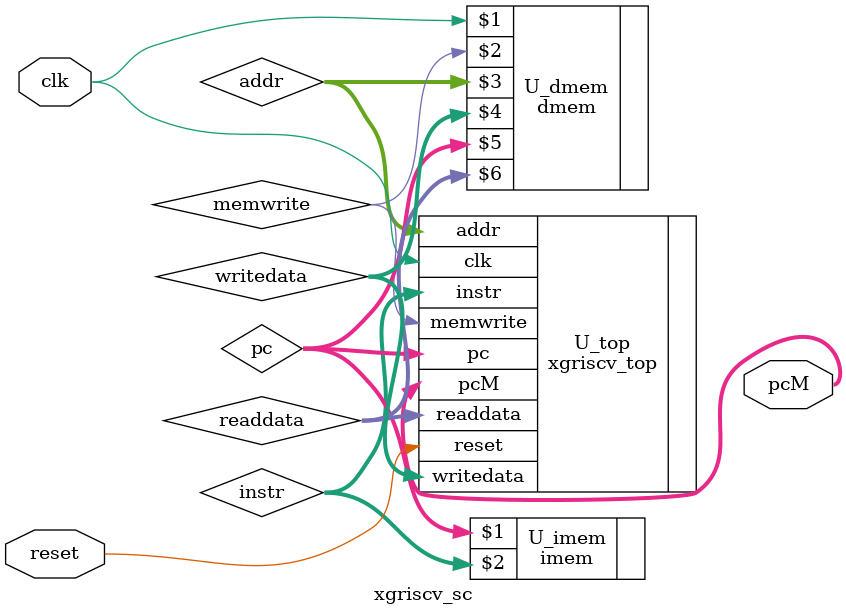
<source format=v>
`include "xgriscv_defines.v"
module xgriscv_sc(clk, reset, pcM);
  input             clk, reset;
  output [31:0]     pcM;
   
  wire [31:0] instr;
  wire [31:0] pc;
  wire        memwrite;
  wire [31:0] addr,writedata,readdata;

    xgriscv_top U_top (
    .clk(clk),
    .reset(reset),
    .instr(instr),
    .readdata(readdata),
    .memwrite(memwrite),
    .pc(pc),
    .addr(addr),
    .writedata(writedata),
    .pcM(pcM)
  );

  imem U_imem(pc, instr);

  dmem U_dmem(clk, memwrite, addr, writedata, pc, readdata);
  
  
endmodule

</source>
